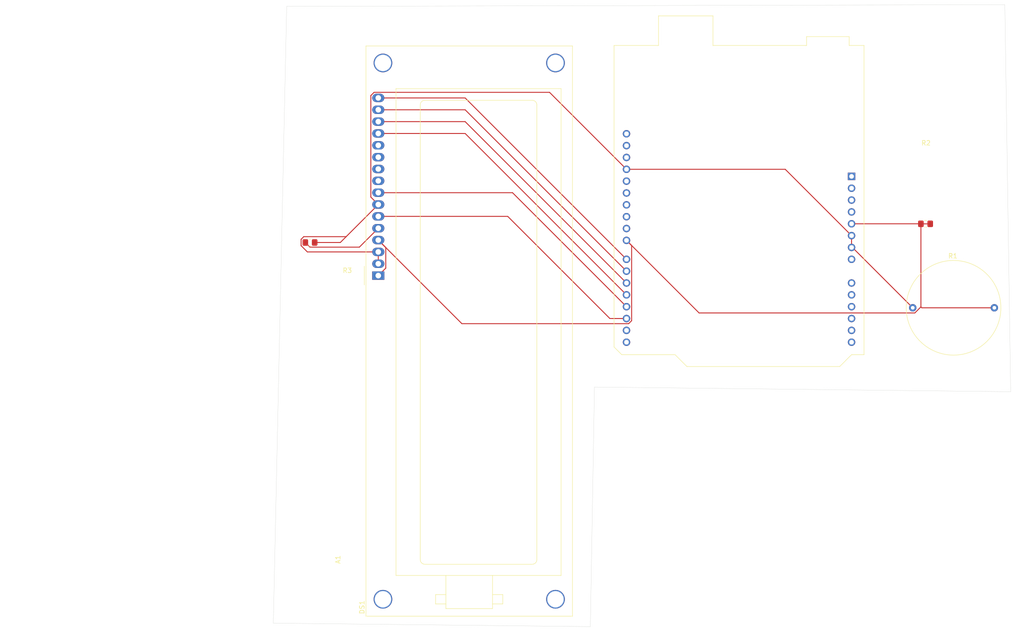
<source format=kicad_pcb>
(kicad_pcb (version 20241229) (generator "pcbnew") (generator_version "9.0")
  (layers (0 "F.Cu" signal) (2 "B.Cu" signal) (13 "F.Paste" user) (15 "B.Paste" user) (5 "F.SilkS" user "F.Silkscreen") (7 "B.SilkS" user "B.Silkscreen") (1 "F.Mask" user) (3 "B.Mask" user) (25 "Edge.Cuts" user))
  (net 0 "")
  (net 1 "Net-(A1-D3)")
  (net 3 "Net-(A1-D2)")
  (net 4 "GND")
  (net 7 "Net-(A1-D4)")
  (net 9 "Net-(A1-D5)")
  (net 10 "Net-(A1-D7)")
  (net 11 "Net-(A1-D6)")
  (net 12 "Net-(DS1-Vo)")
  (net 16 "+5V")
  (footprint "Module:Arduino_UNO_R3" (layer "F.Cu") (at 214.13 62.825 -90)
    (property "Reference" "A1" (at 82.175 110.13 90) (layer "F.SilkS"))
    (property "Value" "Arduino_UNO_R3")
    (fp_line (start -28.07 50.93) (end 36.58 50.93) (stroke (width 0.12)) (layer "F.SilkS"))
    (fp_line (start 36.58 50.93) (end 38.23 49.28) (stroke (width 0.12)) (layer "F.SilkS"))
    (fp_line (start 38.23 49.28) (end 38.23 37.85) (stroke (width 0.12)) (layer "F.SilkS"))
    (fp_line (start -34.42 41.4) (end -28.07 41.4) (stroke (width 0.12)) (layer "F.SilkS"))
    (fp_line (start -28.07 41.4) (end -28.07 50.93) (stroke (width 0.12)) (layer "F.SilkS"))
    (fp_line (start 38.23 37.85) (end 40.77 35.31) (stroke (width 0.12)) (layer "F.SilkS"))
    (fp_line (start 40.77 35.31) (end 40.77 2.54) (stroke (width 0.12)) (layer "F.SilkS"))
    (fp_line (start -34.42 29.72) (end -34.42 41.4) (stroke (width 0.12)) (layer "F.SilkS"))
    (fp_line (start -28.07 29.72) (end -34.42 29.72) (stroke (width 0.12)) (layer "F.SilkS"))
    (fp_line (start -29.97 9.65) (end -28.07 9.65) (stroke (width 0.12)) (layer "F.SilkS"))
    (fp_line (start -28.07 9.65) (end -28.07 29.72) (stroke (width 0.12)) (layer "F.SilkS"))
    (fp_line (start 40.77 2.54) (end 38.23 0) (stroke (width 0.12)) (layer "F.SilkS"))
    (fp_line (start -29.97 0.51) (end -29.97 9.65) (stroke (width 0.12)) (layer "F.SilkS"))
    (fp_line (start -28.07 0.51) (end -29.97 0.51) (stroke (width 0.12)) (layer "F.SilkS"))
    (fp_line (start 38.23 0) (end 38.23 -2.67) (stroke (width 0.12)) (layer "F.SilkS"))
    (fp_line (start -28.07 -2.67) (end -28.07 0.51) (stroke (width 0.12)) (layer "F.SilkS"))
    (fp_line (start 38.23 -2.67) (end -28.07 -2.67) (stroke (width 0.12)) (layer "F.SilkS"))
    (pad "1" thru_hole rect (at 0 0) (size 1.6 1.6) (drill 1) (layers "*.Cu" "*.Mask"))
    (pad "2" thru_hole oval (at 2.54 0) (size 1.6 1.6) (drill 1) (layers "*.Cu" "*.Mask"))
    (pad "3" thru_hole oval (at 5.08 0) (size 1.6 1.6) (drill 1) (layers "*.Cu" "*.Mask"))
    (pad "4" thru_hole oval (at 7.62 0) (size 1.6 1.6) (drill 1) (layers "*.Cu" "*.Mask"))
    (pad "5" thru_hole oval (at 10.16 0) (size 1.6 1.6) (drill 1) (layers "*.Cu" "*.Mask") (net 16 "+5V"))
    (pad "6" thru_hole oval (at 12.7 0) (size 1.6 1.6) (drill 1) (layers "*.Cu" "*.Mask") (net 4 "GND"))
    (pad "7" thru_hole oval (at 15.24 0) (size 1.6 1.6) (drill 1) (layers "*.Cu" "*.Mask") (net 4 "GND"))
    (pad "8" thru_hole oval (at 17.78 0) (size 1.6 1.6) (drill 1) (layers "*.Cu" "*.Mask"))
    (pad "9" thru_hole oval (at 22.86 0) (size 1.6 1.6) (drill 1) (layers "*.Cu" "*.Mask"))
    (pad "10" thru_hole oval (at 25.4 0) (size 1.6 1.6) (drill 1) (layers "*.Cu" "*.Mask"))
    (pad "11" thru_hole oval (at 27.94 0) (size 1.6 1.6) (drill 1) (layers "*.Cu" "*.Mask"))
    (pad "12" thru_hole oval (at 30.48 0) (size 1.6 1.6) (drill 1) (layers "*.Cu" "*.Mask"))
    (pad "13" thru_hole oval (at 33.02 0) (size 1.6 1.6) (drill 1) (layers "*.Cu" "*.Mask"))
    (pad "14" thru_hole oval (at 35.56 0) (size 1.6 1.6) (drill 1) (layers "*.Cu" "*.Mask"))
    (pad "15" thru_hole oval (at 35.56 48.26) (size 1.6 1.6) (drill 1) (layers "*.Cu" "*.Mask"))
    (pad "16" thru_hole oval (at 33.02 48.26) (size 1.6 1.6) (drill 1) (layers "*.Cu" "*.Mask"))
    (pad "17" thru_hole oval (at 30.48 48.26) (size 1.6 1.6) (drill 1) (layers "*.Cu" "*.Mask") (net 3 "Net-(A1-D2)"))
    (pad "18" thru_hole oval (at 27.94 48.26) (size 1.6 1.6) (drill 1) (layers "*.Cu" "*.Mask") (net 1 "Net-(A1-D3)"))
    (pad "19" thru_hole oval (at 25.4 48.26) (size 1.6 1.6) (drill 1) (layers "*.Cu" "*.Mask") (net 7 "Net-(A1-D4)"))
    (pad "20" thru_hole oval (at 22.86 48.26) (size 1.6 1.6) (drill 1) (layers "*.Cu" "*.Mask") (net 9 "Net-(A1-D5)"))
    (pad "21" thru_hole oval (at 20.32 48.26) (size 1.6 1.6) (drill 1) (layers "*.Cu" "*.Mask") (net 11 "Net-(A1-D6)"))
    (pad "22" thru_hole oval (at 17.78 48.26) (size 1.6 1.6) (drill 1) (layers "*.Cu" "*.Mask") (net 10 "Net-(A1-D7)"))
    (pad "23" thru_hole oval (at 13.72 48.26) (size 1.6 1.6) (drill 1) (layers "*.Cu" "*.Mask") (net 16 "+5V"))
    (pad "24" thru_hole oval (at 11.18 48.26) (size 1.6 1.6) (drill 1) (layers "*.Cu" "*.Mask"))
    (pad "25" thru_hole oval (at 8.64 48.26) (size 1.6 1.6) (drill 1) (layers "*.Cu" "*.Mask"))
    (pad "26" thru_hole oval (at 6.1 48.26) (size 1.6 1.6) (drill 1) (layers "*.Cu" "*.Mask"))
    (pad "27" thru_hole oval (at 3.56 48.26) (size 1.6 1.6) (drill 1) (layers "*.Cu" "*.Mask"))
    (pad "28" thru_hole oval (at 1.02 48.26) (size 1.6 1.6) (drill 1) (layers "*.Cu" "*.Mask"))
    (pad "29" thru_hole oval (at -1.52 48.26) (size 1.6 1.6) (drill 1) (layers "*.Cu" "*.Mask") (net 4 "GND"))
    (pad "30" thru_hole oval (at -4.06 48.26) (size 1.6 1.6) (drill 1) (layers "*.Cu" "*.Mask"))
    (pad "31" thru_hole oval (at -6.6 48.26) (size 1.6 1.6) (drill 1) (layers "*.Cu" "*.Mask"))
    (pad "32" thru_hole oval (at -9.14 48.26) (size 1.6 1.6) (drill 1) (layers "*.Cu" "*.Mask"))
  )
  (footprint "Display:HY1602E" (layer "F.Cu") (at 112.6425 84.1 90)
    (property "Reference" "DS1" (at -71.12 -3.48 90) (layer "F.SilkS"))
    (property "Value" "HY1602E")
    (fp_line (start -2 -3) (end 2 -3) (stroke (width 0.12)) (layer "F.SilkS"))
    (fp_line (start 49.24 -2.64) (end 49.24 41.64) (stroke (width 0.12)) (layer "F.SilkS"))
    (fp_line (start -73.04 -2.64) (end 49.24 -2.64) (stroke (width 0.12)) (layer "F.SilkS"))
    (fp_line (start -73.04 -2.64) (end -73.04 41.64) (stroke (width 0.12)) (layer "F.SilkS"))
    (fp_line (start 40.1 3.8) (end 40.1 39.2) (stroke (width 0.12)) (layer "F.SilkS"))
    (fp_line (start -64.3 3.8) (end 40.1 3.8) (stroke (width 0.12)) (layer "F.SilkS"))
    (fp_line (start -60.9 9) (end 36.6 9) (stroke (width 0.12)) (layer "F.SilkS"))
    (fp_line (start 37.6 10) (end 37.6 33) (stroke (width 0.12)) (layer "F.SilkS"))
    (fp_line (start -68.4 12.3) (end -70.4 12.3) (stroke (width 0.12)) (layer "F.SilkS"))
    (fp_line (start -70.4 12.3) (end -70.4 14.5) (stroke (width 0.12)) (layer "F.SilkS"))
    (fp_line (start -68.4 14.5) (end -68.4 12.3) (stroke (width 0.12)) (layer "F.SilkS"))
    (fp_line (start -71.4 14.5) (end -64.3 14.5) (stroke (width 0.12)) (layer "F.SilkS"))
    (fp_line (start -64.3 24.5) (end -71.4 24.5) (stroke (width 0.12)) (layer "F.SilkS"))
    (fp_line (start -68.4 24.5) (end -68.4 26.7) (stroke (width 0.12)) (layer "F.SilkS"))
    (fp_line (start -71.4 24.5) (end -71.4 14.5) (stroke (width 0.12)) (layer "F.SilkS"))
    (fp_line (start -68.4 26.7) (end -70.4 26.7) (stroke (width 0.12)) (layer "F.SilkS"))
    (fp_line (start -70.4 26.7) (end -70.4 24.5) (stroke (width 0.12)) (layer "F.SilkS"))
    (fp_line (start -61.9 33) (end -61.9 10) (stroke (width 0.12)) (layer "F.SilkS"))
    (fp_line (start 36.6 34) (end -60.9 34) (stroke (width 0.12)) (layer "F.SilkS"))
    (fp_line (start 40.1 39.2) (end -64.3 39.2) (stroke (width 0.12)) (layer "F.SilkS"))
    (fp_line (start -64.3 39.2) (end -64.3 3.8) (stroke (width 0.12)) (layer "F.SilkS"))
    (fp_line (start 49.24 41.64) (end -73.04 41.64) (stroke (width 0.12)) (layer "F.SilkS"))
    (fp_arc (start 36.6 9) (mid 37.307107 9.292893) (end 37.6 10) (stroke (width 0.12)) (layer "F.SilkS"))
    (fp_arc (start -61.9 10) (mid -61.607107 9.292893) (end -60.9 9) (stroke (width 0.12)) (layer "F.SilkS"))
    (fp_arc (start 37.6 33) (mid 37.307107 33.707107) (end 36.6 34) (stroke (width 0.12)) (layer "F.SilkS"))
    (fp_arc (start -60.9 34) (mid -61.607107 33.707107) (end -61.9 33) (stroke (width 0.12)) (layer "F.SilkS"))
    (pad "" thru_hole circle (at -69.40042 1.00076 270) (size 4 4) (drill 3.5) (layers "*.Cu" "*.Mask"))
    (pad "" thru_hole circle (at -69.40042 38.00094 270) (size 4 4) (drill 3.5) (layers "*.Cu" "*.Mask"))
    (pad "" thru_hole circle (at 45.60062 1.00076 270) (size 4 4) (drill 3.5) (layers "*.Cu" "*.Mask"))
    (pad "" thru_hole circle (at 45.60062 38.00094 270) (size 4 4) (drill 3.5) (layers "*.Cu" "*.Mask"))
    (pad "1" thru_hole rect (at 0 0 270) (size 1.8 2.6) (drill 1.2) (layers "*.Cu" "*.Mask") (net 16 "+5V"))
    (pad "2" thru_hole oval (at 2.54 0 270) (size 1.8 2.6) (drill 1.2) (layers "*.Cu" "*.Mask") (net 4 "GND"))
    (pad "3" thru_hole oval (at 5.08 0 270) (size 1.8 2.6) (drill 1.2) (layers "*.Cu" "*.Mask") (net 4 "GND"))
    (pad "4" thru_hole oval (at 7.62 0 270) (size 1.8 2.6) (drill 1.2) (layers "*.Cu" "*.Mask") (net 16 "+5V"))
    (pad "5" thru_hole oval (at 10.16 0 270) (size 1.8 2.6) (drill 1.2) (layers "*.Cu" "*.Mask") (net 12 "Net-(DS1-Vo)"))
    (pad "6" thru_hole oval (at 12.7 0 270) (size 1.8 2.6) (drill 1.2) (layers "*.Cu" "*.Mask") (net 3 "Net-(A1-D2)"))
    (pad "7" thru_hole oval (at 15.24 0 270) (size 1.8 2.6) (drill 1.2) (layers "*.Cu" "*.Mask") (net 4 "GND"))
    (pad "8" thru_hole oval (at 17.78 0 270) (size 1.8 2.6) (drill 1.2) (layers "*.Cu" "*.Mask") (net 1 "Net-(A1-D3)"))
    (pad "9" thru_hole oval (at 20.32 0 270) (size 1.8 2.6) (drill 1.2) (layers "*.Cu" "*.Mask"))
    (pad "10" thru_hole oval (at 22.86 0 270) (size 1.8 2.6) (drill 1.2) (layers "*.Cu" "*.Mask"))
    (pad "11" thru_hole oval (at 25.4 0 270) (size 1.8 2.6) (drill 1.2) (layers "*.Cu" "*.Mask"))
    (pad "12" thru_hole oval (at 27.94 0 270) (size 1.8 2.6) (drill 1.2) (layers "*.Cu" "*.Mask"))
    (pad "13" thru_hole oval (at 30.48 0 270) (size 1.8 2.6) (drill 1.2) (layers "*.Cu" "*.Mask") (net 7 "Net-(A1-D4)"))
    (pad "14" thru_hole oval (at 33.02 0 270) (size 1.8 2.6) (drill 1.2) (layers "*.Cu" "*.Mask") (net 9 "Net-(A1-D5)"))
    (pad "15" thru_hole oval (at 35.56 0 270) (size 1.8 2.6) (drill 1.2) (layers "*.Cu" "*.Mask") (net 11 "Net-(A1-D6)"))
    (pad "16" thru_hole oval (at 38.1 0 270) (size 1.8 2.6) (drill 1.2) (layers "*.Cu" "*.Mask") (net 10 "Net-(A1-D7)"))
  )
  (footprint "OptoDevice:R_LDR_D20mm_P17.5mm_Vertical" (layer "F.Cu") (at 227.25 91)
    (property "Reference" "R1" (at 8.6 -11.1 0) (layer "F.SilkS"))
    (property "Value" "R_Photo")
    (fp_circle (center 8.75 0) (end -1.4 0) (stroke (width 0.12)) (fill no) (layer "F.SilkS"))
    (pad "1" thru_hole circle (at 0 0) (size 1.6 1.6) (drill 0.8) (layers "*.Cu" "*.Mask") (net 4 "GND"))
    (pad "2" thru_hole circle (at 17.5 0) (size 1.6 1.6) (drill 0.8) (layers "*.Cu" "*.Mask") (net 16 "+5V"))
  )
  (footprint "Resistor_SMD:R_0805_2012Metric_Pad1.20x1.40mm_HandSolder" (layer "F.Cu") (at 230 73)
    (property "Reference" "R2" (at 0.095 -17.32 0) (layer "F.SilkS"))
    (property "Value" "R")
    (fp_line (start -0.227064 -0.735) (end 0.227064 -0.735) (stroke (width 0.12)) (layer "F.SilkS"))
    (fp_line (start -0.227064 0.735) (end 0.227064 0.735) (stroke (width 0.12)) (layer "F.SilkS"))
    (pad "1" smd roundrect (at -1 0) (size 1.2 1.4) (layers "F.Cu" "F.Mask" "F.Paste") (roundrect_rratio 0.208333) (net 16 "+5V"))
    (pad "2" smd roundrect (at 1 0) (size 1.2 1.4) (layers "F.Cu" "F.Mask" "F.Paste") (roundrect_rratio 0.208333) (net 16 "+5V"))
  )
  (footprint "Resistor_SMD:R_0805_2012Metric_Pad1.20x1.40mm_HandSolder" (layer "F.Cu") (at 98 77)
    (property "Reference" "R3" (at 8 6 0) (layer "F.SilkS"))
    (property "Value" "R")
    (fp_line (start -0.227064 -0.735) (end 0.227064 -0.735) (stroke (width 0.12)) (layer "F.SilkS"))
    (fp_line (start -0.227064 0.735) (end 0.227064 0.735) (stroke (width 0.12)) (layer "F.SilkS"))
    (pad "1" smd roundrect (at -1 0) (size 1.2 1.4) (layers "F.Cu" "F.Mask" "F.Paste") (roundrect_rratio 0.208333) (net 12 "Net-(DS1-Vo)"))
    (pad "2" smd roundrect (at 1 0) (size 1.2 1.4) (layers "F.Cu" "F.Mask" "F.Paste") (roundrect_rratio 0.208333) (net 4 "GND"))
  )
  (gr_line (start 90.137884 158.630042) (end 93 26.375) (stroke (width 0.05)) (layer "Edge.Cuts"))
  (gr_line (start 248.25 109) (end 159 108) (stroke (width 0.05)) (layer "Edge.Cuts"))
  (gr_line (start 158.120229 159.372778) (end 90.137884 158.630042) (stroke (width 0.05)) (layer "Edge.Cuts"))
  (gr_line (start 93 26.375) (end 247 26) (stroke (width 0.05)) (layer "Edge.Cuts"))
  (gr_line (start 159 108) (end 158.118229 159.372778) (stroke (width 0.05)) (layer "Edge.Cuts"))
  (gr_line (start 247 26) (end 248.25 109) (stroke (width 0.05)) (layer "Edge.Cuts"))
  (segment (start 112.6425 66.32) (end 141.425 66.32) (width 0.2) (layer "F.Cu") (net 1))
  (segment (start 141.425 66.32) (end 165.87 90.765) (width 0.2) (layer "F.Cu") (net 1))
  (segment (start 162.305 93.305) (end 165.87 93.305) (width 0.2) (layer "F.Cu") (net 3))
  (segment (start 140.4 71.4) (end 162.305 93.305) (width 0.2) (layer "F.Cu") (net 3))
  (segment (start 112.6425 71.4) (end 140.4 71.4) (width 0.2) (layer "F.Cu") (net 3))
  (segment (start 165.87 61.305) (end 199.91 61.305) (width 0.2) (layer "F.Cu") (net 4))
  (segment (start 111.0415 45.50253) (end 111.74503 44.799) (width 0.2) (layer "F.Cu") (net 4))
  (segment (start 99 77) (end 104.5025 77) (width 0.2) (layer "F.Cu") (net 4))
  (segment (start 96.099 76.31484) (end 96.099 77.68516) (width 0.2) (layer "F.Cu") (net 4))
  (segment (start 112.6425 79.02) (end 112.6425 81.56) (width 0.2) (layer "F.Cu") (net 4))
  (segment (start 111.0415 67.259) (end 111.0415 45.50253) (width 0.2) (layer "F.Cu") (net 4))
  (segment (start 96.099 77.68516) (end 97.43384 79.02) (width 0.2) (layer "F.Cu") (net 4))
  (segment (start 214.13 75.525) (end 214.13 78.065) (width 0.2) (layer "F.Cu") (net 4))
  (segment (start 105.75125 75.75125) (end 96.66259 75.75125) (width 0.2) (layer "F.Cu") (net 4))
  (segment (start 104.5025 77) (end 105.75125 75.75125) (width 0.2) (layer "F.Cu") (net 4))
  (segment (start 149.364 44.799) (end 165.87 61.305) (width 0.2) (layer "F.Cu") (net 4))
  (segment (start 97.43384 79.02) (end 112.6425 79.02) (width 0.2) (layer "F.Cu") (net 4))
  (segment (start 199.91 61.305) (end 214.13 75.525) (width 0.2) (layer "F.Cu") (net 4))
  (segment (start 112.6425 68.86) (end 111.0415 67.259) (width 0.2) (layer "F.Cu") (net 4))
  (segment (start 105.75125 75.75125) (end 112.6425 68.86) (width 0.2) (layer "F.Cu") (net 4))
  (segment (start 111.74503 44.799) (end 149.364 44.799) (width 0.2) (layer "F.Cu") (net 4))
  (segment (start 214.315 78.065) (end 227.25 91) (width 0.2) (layer "F.Cu") (net 4))
  (segment (start 96.66259 75.75125) (end 96.099 76.31484) (width 0.2) (layer "F.Cu") (net 4))
  (segment (start 214.13 78.065) (end 214.315 78.065) (width 0.2) (layer "F.Cu") (net 4))
  (segment (start 112.6425 53.62) (end 131.265 53.62) (width 0.2) (layer "F.Cu") (net 7))
  (segment (start 131.265 53.62) (end 165.87 88.225) (width 0.2) (layer "F.Cu") (net 7))
  (segment (start 112.6425 51.08) (end 131.265 51.08) (width 0.2) (layer "F.Cu") (net 9))
  (segment (start 131.265 51.08) (end 165.87 85.685) (width 0.2) (layer "F.Cu") (net 9))
  (segment (start 131.265 46) (end 165.87 80.605) (width 0.2) (layer "F.Cu") (net 10))
  (segment (start 112.6425 46) (end 131.265 46) (width 0.2) (layer "F.Cu") (net 10))
  (segment (start 131.265 48.54) (end 165.87 83.145) (width 0.2) (layer "F.Cu") (net 11))
  (segment (start 112.6425 48.54) (end 131.265 48.54) (width 0.2) (layer "F.Cu") (net 11))
  (segment (start 108.5815 78.001) (end 112.6425 73.94) (width 0.2) (layer "F.Cu") (net 12))
  (segment (start 98.001 78.001) (end 108.5815 78.001) (width 0.2) (layer "F.Cu") (net 12))
  (segment (start 97 77) (end 98.001 78.001) (width 0.2) (layer "F.Cu") (net 12))
  (segment (start 228.985 72.985) (end 229 73) (width 0.2) (layer "F.Cu") (net 16))
  (segment (start 244.75 91) (end 229.19295 91) (width 0.2) (layer "F.Cu") (net 16))
  (segment (start 114.2435 82.499) (end 114.2435 78.081) (width 0.2) (layer "F.Cu") (net 16))
  (segment (start 112.6425 84.1) (end 114.2435 82.499) (width 0.2) (layer "F.Cu") (net 16))
  (segment (start 112.6425 76.48) (end 130.5685 94.406) (width 0.2) (layer "F.Cu") (net 16))
  (segment (start 229 90.80705) (end 229 73) (width 0.2) (layer "F.Cu") (net 16))
  (segment (start 231 73) (end 229 73) (width 0.2) (layer "F.Cu") (net 16))
  (segment (start 227.70605 92.101) (end 229 90.80705) (width 0.2) (layer "F.Cu") (net 16))
  (segment (start 214.13 72.985) (end 228.985 72.985) (width 0.2) (layer "F.Cu") (net 16))
  (segment (start 166.971 77.646) (end 165.87 76.545) (width 0.2) (layer "F.Cu") (net 16))
  (segment (start 130.5685 94.406) (end 166.32605 94.406) (width 0.2) (layer "F.Cu") (net 16))
  (segment (start 166.32605 94.406) (end 166.971 93.76105) (width 0.2) (layer "F.Cu") (net 16))
  (segment (start 165.87 76.545) (end 181.426 92.101) (width 0.2) (layer "F.Cu") (net 16))
  (segment (start 229.19295 91) (end 229 90.80705) (width 0.2) (layer "F.Cu") (net 16))
  (segment (start 114.2435 78.081) (end 112.6425 76.48) (width 0.2) (layer "F.Cu") (net 16))
  (segment (start 166.971 93.76105) (end 166.971 77.646) (width 0.2) (layer "F.Cu") (net 16))
  (segment (start 181.426 92.101) (end 227.70605 92.101) (width 0.2) (layer "F.Cu") (net 16))
)
</source>
